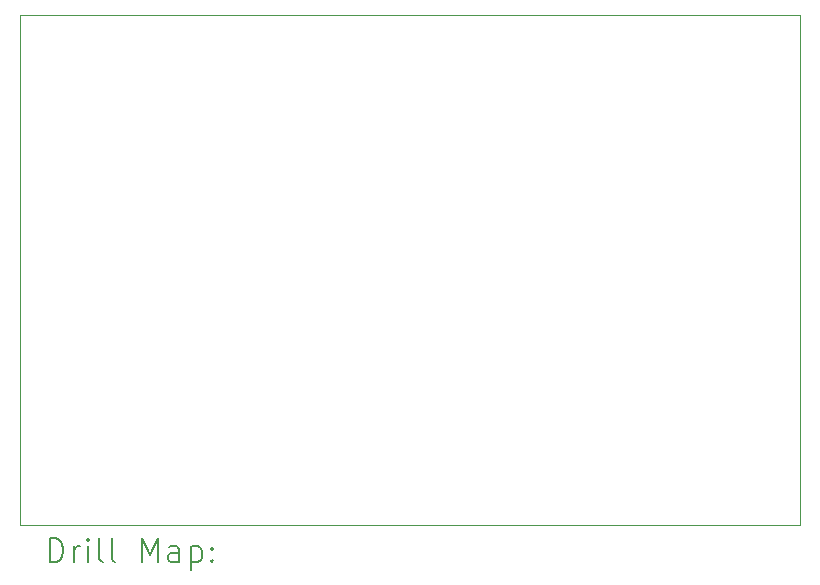
<source format=gbr>
%TF.GenerationSoftware,KiCad,Pcbnew,(6.0.9)*%
%TF.CreationDate,2022-11-20T21:47:47+01:00*%
%TF.ProjectId,iCE40HX8K-EVB EXT2PMOD adapter,69434534-3048-4583-984b-2d4556422045,V1.0*%
%TF.SameCoordinates,Original*%
%TF.FileFunction,Drillmap*%
%TF.FilePolarity,Positive*%
%FSLAX45Y45*%
G04 Gerber Fmt 4.5, Leading zero omitted, Abs format (unit mm)*
G04 Created by KiCad (PCBNEW (6.0.9)) date 2022-11-20 21:47:47*
%MOMM*%
%LPD*%
G01*
G04 APERTURE LIST*
%ADD10C,0.100000*%
%ADD11C,0.200000*%
G04 APERTURE END LIST*
D10*
X13208000Y-7493000D02*
X13208000Y-11811000D01*
X19812000Y-7493000D02*
X13208000Y-7493000D01*
X19812000Y-11811000D02*
X19812000Y-7493000D01*
X13208000Y-11811000D02*
X19812000Y-11811000D01*
D11*
X13460619Y-12126476D02*
X13460619Y-11926476D01*
X13508238Y-11926476D01*
X13536809Y-11936000D01*
X13555857Y-11955048D01*
X13565381Y-11974095D01*
X13574905Y-12012190D01*
X13574905Y-12040762D01*
X13565381Y-12078857D01*
X13555857Y-12097905D01*
X13536809Y-12116952D01*
X13508238Y-12126476D01*
X13460619Y-12126476D01*
X13660619Y-12126476D02*
X13660619Y-11993143D01*
X13660619Y-12031238D02*
X13670143Y-12012190D01*
X13679667Y-12002667D01*
X13698714Y-11993143D01*
X13717762Y-11993143D01*
X13784428Y-12126476D02*
X13784428Y-11993143D01*
X13784428Y-11926476D02*
X13774905Y-11936000D01*
X13784428Y-11945524D01*
X13793952Y-11936000D01*
X13784428Y-11926476D01*
X13784428Y-11945524D01*
X13908238Y-12126476D02*
X13889190Y-12116952D01*
X13879667Y-12097905D01*
X13879667Y-11926476D01*
X14013000Y-12126476D02*
X13993952Y-12116952D01*
X13984428Y-12097905D01*
X13984428Y-11926476D01*
X14241571Y-12126476D02*
X14241571Y-11926476D01*
X14308238Y-12069333D01*
X14374905Y-11926476D01*
X14374905Y-12126476D01*
X14555857Y-12126476D02*
X14555857Y-12021714D01*
X14546333Y-12002667D01*
X14527286Y-11993143D01*
X14489190Y-11993143D01*
X14470143Y-12002667D01*
X14555857Y-12116952D02*
X14536809Y-12126476D01*
X14489190Y-12126476D01*
X14470143Y-12116952D01*
X14460619Y-12097905D01*
X14460619Y-12078857D01*
X14470143Y-12059809D01*
X14489190Y-12050286D01*
X14536809Y-12050286D01*
X14555857Y-12040762D01*
X14651095Y-11993143D02*
X14651095Y-12193143D01*
X14651095Y-12002667D02*
X14670143Y-11993143D01*
X14708238Y-11993143D01*
X14727286Y-12002667D01*
X14736809Y-12012190D01*
X14746333Y-12031238D01*
X14746333Y-12088381D01*
X14736809Y-12107428D01*
X14727286Y-12116952D01*
X14708238Y-12126476D01*
X14670143Y-12126476D01*
X14651095Y-12116952D01*
X14832048Y-12107428D02*
X14841571Y-12116952D01*
X14832048Y-12126476D01*
X14822524Y-12116952D01*
X14832048Y-12107428D01*
X14832048Y-12126476D01*
X14832048Y-12002667D02*
X14841571Y-12012190D01*
X14832048Y-12021714D01*
X14822524Y-12012190D01*
X14832048Y-12002667D01*
X14832048Y-12021714D01*
M02*

</source>
